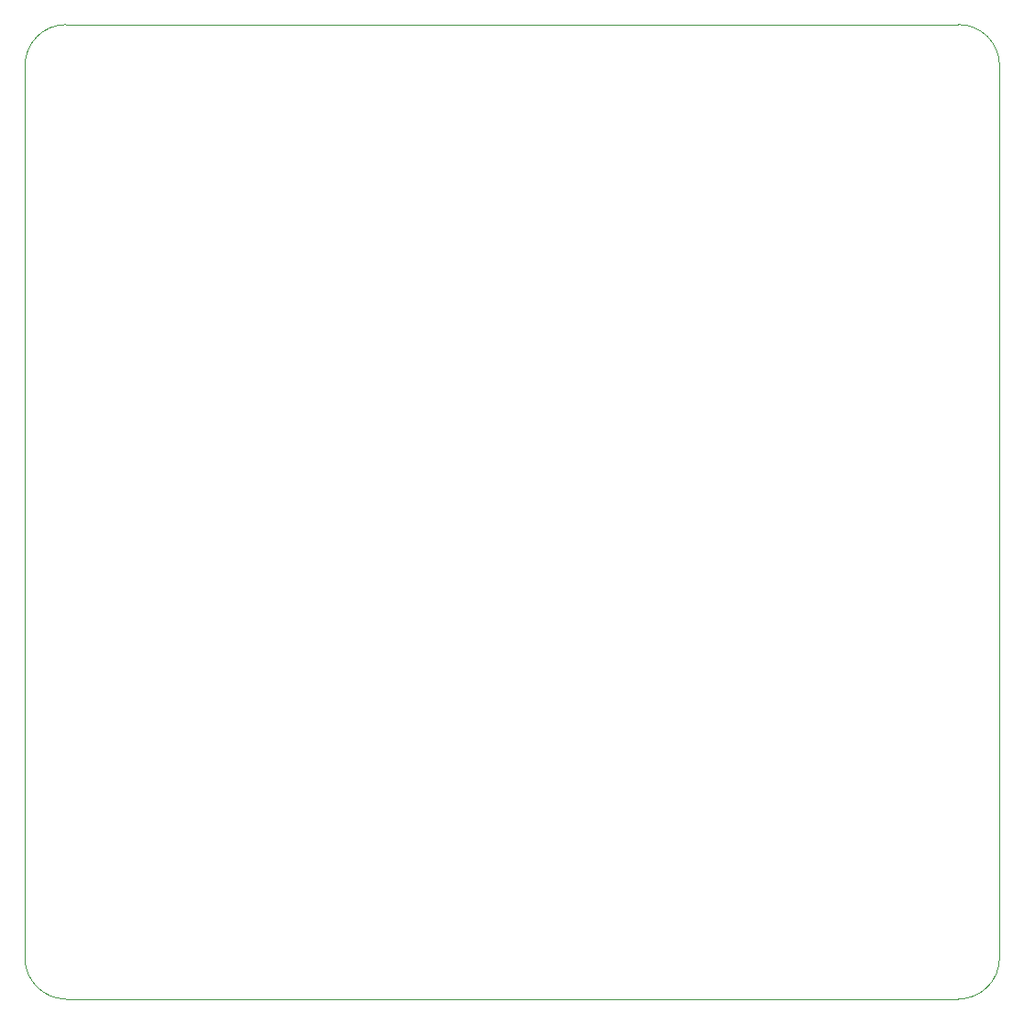
<source format=gbr>
%TF.GenerationSoftware,KiCad,Pcbnew,7.0.6-0*%
%TF.CreationDate,2024-12-08T15:00:42-03:00*%
%TF.ProjectId,CommsBoard,436f6d6d-7342-46f6-9172-642e6b696361,rev?*%
%TF.SameCoordinates,Original*%
%TF.FileFunction,Profile,NP*%
%FSLAX46Y46*%
G04 Gerber Fmt 4.6, Leading zero omitted, Abs format (unit mm)*
G04 Created by KiCad (PCBNEW 7.0.6-0) date 2024-12-08 15:00:42*
%MOMM*%
%LPD*%
G01*
G04 APERTURE LIST*
%TA.AperFunction,Profile*%
%ADD10C,0.100000*%
%TD*%
G04 APERTURE END LIST*
D10*
X70500000Y-128100000D02*
G75*
G03*
X74300000Y-131900000I3800000J0D01*
G01*
X156700000Y-41900000D02*
X74300000Y-41900000D01*
X160510400Y-45695200D02*
G75*
G03*
X156700000Y-41899930I-3795300J0D01*
G01*
X156700000Y-131900000D02*
X74300000Y-131900000D01*
X74300000Y-41900000D02*
G75*
G03*
X70500000Y-45700000I0J-3800000D01*
G01*
X70500000Y-45700000D02*
X70500000Y-128100000D01*
X156700000Y-131905600D02*
G75*
G03*
X160510400Y-128095200I0J3810400D01*
G01*
X160510400Y-45695200D02*
X160510400Y-128095200D01*
M02*

</source>
